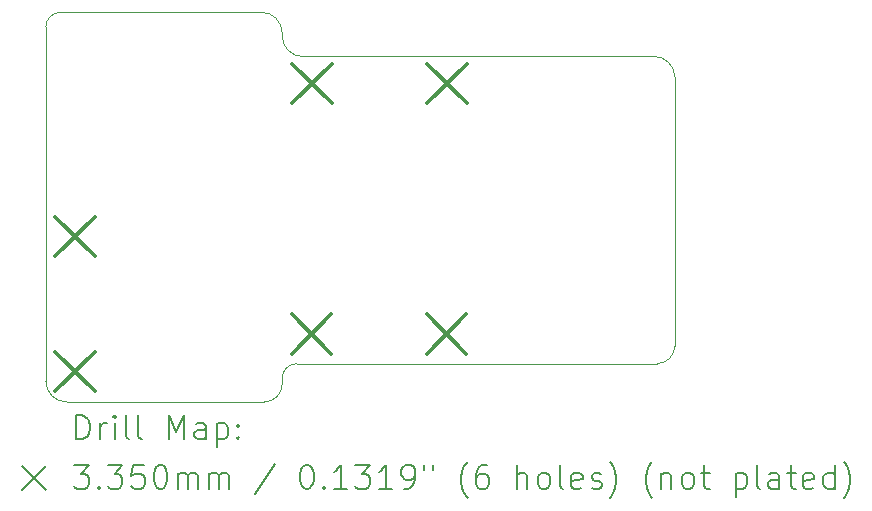
<source format=gbr>
%TF.GenerationSoftware,KiCad,Pcbnew,8.0.1-8.0.1-1~ubuntu22.04.1*%
%TF.CreationDate,2024-04-16T22:31:54-04:00*%
%TF.ProjectId,rocker_splitter,726f636b-6572-45f7-9370-6c6974746572,rev?*%
%TF.SameCoordinates,Original*%
%TF.FileFunction,Drillmap*%
%TF.FilePolarity,Positive*%
%FSLAX45Y45*%
G04 Gerber Fmt 4.5, Leading zero omitted, Abs format (unit mm)*
G04 Created by KiCad (PCBNEW 8.0.1-8.0.1-1~ubuntu22.04.1) date 2024-04-16 22:31:54*
%MOMM*%
%LPD*%
G01*
G04 APERTURE LIST*
%ADD10C,0.050000*%
%ADD11C,0.200000*%
%ADD12C,0.335000*%
G04 APERTURE END LIST*
D10*
X3864750Y-3039500D02*
G75*
G02*
X3989750Y-2914500I125000J0D01*
G01*
X9189750Y-5739500D02*
G75*
G02*
X9039750Y-5889500I-150000J0D01*
G01*
X5864750Y-6014500D02*
G75*
G02*
X5989750Y-5889500I125000J0D01*
G01*
X5864750Y-6064500D02*
G75*
G02*
X5714750Y-6214500I-150000J0D01*
G01*
X4039750Y-6214500D02*
G75*
G02*
X3864750Y-6039500I0J175000D01*
G01*
X9014750Y-3289500D02*
G75*
G02*
X9189750Y-3464500I0J-175000D01*
G01*
X3989750Y-2914500D02*
X5689750Y-2914500D01*
X6039750Y-3289500D02*
G75*
G02*
X5864750Y-3114500I0J175000D01*
G01*
X5689750Y-2914500D02*
G75*
G02*
X5864750Y-3089500I0J-175000D01*
G01*
X6039750Y-3289500D02*
X9014750Y-3289500D01*
X9189750Y-3464500D02*
X9189750Y-5739500D01*
X5714750Y-6214500D02*
X4039750Y-6214500D01*
X5864750Y-6014500D02*
X5864750Y-6064500D01*
X3864750Y-6039500D02*
X3864750Y-3039500D01*
X9039750Y-5889500D02*
X5989750Y-5889500D01*
X5864750Y-3089500D02*
X5864750Y-3114500D01*
D11*
D12*
X3941750Y-4644900D02*
X4276750Y-4979900D01*
X4276750Y-4644900D02*
X3941750Y-4979900D01*
X3941750Y-5788100D02*
X4276750Y-6123100D01*
X4276750Y-5788100D02*
X3941750Y-6123100D01*
X5946150Y-5471000D02*
X6281150Y-5806000D01*
X6281150Y-5471000D02*
X5946150Y-5806000D01*
X5950650Y-3352000D02*
X6285650Y-3687000D01*
X6285650Y-3352000D02*
X5950650Y-3687000D01*
X7089350Y-5471000D02*
X7424350Y-5806000D01*
X7424350Y-5471000D02*
X7089350Y-5806000D01*
X7093850Y-3352000D02*
X7428850Y-3687000D01*
X7428850Y-3352000D02*
X7093850Y-3687000D01*
D11*
X4123027Y-6528484D02*
X4123027Y-6328484D01*
X4123027Y-6328484D02*
X4170646Y-6328484D01*
X4170646Y-6328484D02*
X4199217Y-6338008D01*
X4199217Y-6338008D02*
X4218265Y-6357055D01*
X4218265Y-6357055D02*
X4227789Y-6376103D01*
X4227789Y-6376103D02*
X4237313Y-6414198D01*
X4237313Y-6414198D02*
X4237313Y-6442769D01*
X4237313Y-6442769D02*
X4227789Y-6480865D01*
X4227789Y-6480865D02*
X4218265Y-6499912D01*
X4218265Y-6499912D02*
X4199217Y-6518960D01*
X4199217Y-6518960D02*
X4170646Y-6528484D01*
X4170646Y-6528484D02*
X4123027Y-6528484D01*
X4323027Y-6528484D02*
X4323027Y-6395150D01*
X4323027Y-6433246D02*
X4332551Y-6414198D01*
X4332551Y-6414198D02*
X4342074Y-6404674D01*
X4342074Y-6404674D02*
X4361122Y-6395150D01*
X4361122Y-6395150D02*
X4380170Y-6395150D01*
X4446836Y-6528484D02*
X4446836Y-6395150D01*
X4446836Y-6328484D02*
X4437313Y-6338008D01*
X4437313Y-6338008D02*
X4446836Y-6347531D01*
X4446836Y-6347531D02*
X4456360Y-6338008D01*
X4456360Y-6338008D02*
X4446836Y-6328484D01*
X4446836Y-6328484D02*
X4446836Y-6347531D01*
X4570646Y-6528484D02*
X4551598Y-6518960D01*
X4551598Y-6518960D02*
X4542074Y-6499912D01*
X4542074Y-6499912D02*
X4542074Y-6328484D01*
X4675408Y-6528484D02*
X4656360Y-6518960D01*
X4656360Y-6518960D02*
X4646836Y-6499912D01*
X4646836Y-6499912D02*
X4646836Y-6328484D01*
X4903979Y-6528484D02*
X4903979Y-6328484D01*
X4903979Y-6328484D02*
X4970646Y-6471341D01*
X4970646Y-6471341D02*
X5037313Y-6328484D01*
X5037313Y-6328484D02*
X5037313Y-6528484D01*
X5218265Y-6528484D02*
X5218265Y-6423722D01*
X5218265Y-6423722D02*
X5208741Y-6404674D01*
X5208741Y-6404674D02*
X5189694Y-6395150D01*
X5189694Y-6395150D02*
X5151598Y-6395150D01*
X5151598Y-6395150D02*
X5132551Y-6404674D01*
X5218265Y-6518960D02*
X5199217Y-6528484D01*
X5199217Y-6528484D02*
X5151598Y-6528484D01*
X5151598Y-6528484D02*
X5132551Y-6518960D01*
X5132551Y-6518960D02*
X5123027Y-6499912D01*
X5123027Y-6499912D02*
X5123027Y-6480865D01*
X5123027Y-6480865D02*
X5132551Y-6461817D01*
X5132551Y-6461817D02*
X5151598Y-6452293D01*
X5151598Y-6452293D02*
X5199217Y-6452293D01*
X5199217Y-6452293D02*
X5218265Y-6442769D01*
X5313503Y-6395150D02*
X5313503Y-6595150D01*
X5313503Y-6404674D02*
X5332551Y-6395150D01*
X5332551Y-6395150D02*
X5370646Y-6395150D01*
X5370646Y-6395150D02*
X5389694Y-6404674D01*
X5389694Y-6404674D02*
X5399217Y-6414198D01*
X5399217Y-6414198D02*
X5408741Y-6433246D01*
X5408741Y-6433246D02*
X5408741Y-6490388D01*
X5408741Y-6490388D02*
X5399217Y-6509436D01*
X5399217Y-6509436D02*
X5389694Y-6518960D01*
X5389694Y-6518960D02*
X5370646Y-6528484D01*
X5370646Y-6528484D02*
X5332551Y-6528484D01*
X5332551Y-6528484D02*
X5313503Y-6518960D01*
X5494455Y-6509436D02*
X5503979Y-6518960D01*
X5503979Y-6518960D02*
X5494455Y-6528484D01*
X5494455Y-6528484D02*
X5484932Y-6518960D01*
X5484932Y-6518960D02*
X5494455Y-6509436D01*
X5494455Y-6509436D02*
X5494455Y-6528484D01*
X5494455Y-6404674D02*
X5503979Y-6414198D01*
X5503979Y-6414198D02*
X5494455Y-6423722D01*
X5494455Y-6423722D02*
X5484932Y-6414198D01*
X5484932Y-6414198D02*
X5494455Y-6404674D01*
X5494455Y-6404674D02*
X5494455Y-6423722D01*
X3662250Y-6757000D02*
X3862250Y-6957000D01*
X3862250Y-6757000D02*
X3662250Y-6957000D01*
X4103979Y-6748484D02*
X4227789Y-6748484D01*
X4227789Y-6748484D02*
X4161122Y-6824674D01*
X4161122Y-6824674D02*
X4189693Y-6824674D01*
X4189693Y-6824674D02*
X4208741Y-6834198D01*
X4208741Y-6834198D02*
X4218265Y-6843722D01*
X4218265Y-6843722D02*
X4227789Y-6862769D01*
X4227789Y-6862769D02*
X4227789Y-6910388D01*
X4227789Y-6910388D02*
X4218265Y-6929436D01*
X4218265Y-6929436D02*
X4208741Y-6938960D01*
X4208741Y-6938960D02*
X4189693Y-6948484D01*
X4189693Y-6948484D02*
X4132551Y-6948484D01*
X4132551Y-6948484D02*
X4113503Y-6938960D01*
X4113503Y-6938960D02*
X4103979Y-6929436D01*
X4313503Y-6929436D02*
X4323027Y-6938960D01*
X4323027Y-6938960D02*
X4313503Y-6948484D01*
X4313503Y-6948484D02*
X4303979Y-6938960D01*
X4303979Y-6938960D02*
X4313503Y-6929436D01*
X4313503Y-6929436D02*
X4313503Y-6948484D01*
X4389694Y-6748484D02*
X4513503Y-6748484D01*
X4513503Y-6748484D02*
X4446836Y-6824674D01*
X4446836Y-6824674D02*
X4475408Y-6824674D01*
X4475408Y-6824674D02*
X4494455Y-6834198D01*
X4494455Y-6834198D02*
X4503979Y-6843722D01*
X4503979Y-6843722D02*
X4513503Y-6862769D01*
X4513503Y-6862769D02*
X4513503Y-6910388D01*
X4513503Y-6910388D02*
X4503979Y-6929436D01*
X4503979Y-6929436D02*
X4494455Y-6938960D01*
X4494455Y-6938960D02*
X4475408Y-6948484D01*
X4475408Y-6948484D02*
X4418265Y-6948484D01*
X4418265Y-6948484D02*
X4399217Y-6938960D01*
X4399217Y-6938960D02*
X4389694Y-6929436D01*
X4694455Y-6748484D02*
X4599217Y-6748484D01*
X4599217Y-6748484D02*
X4589694Y-6843722D01*
X4589694Y-6843722D02*
X4599217Y-6834198D01*
X4599217Y-6834198D02*
X4618265Y-6824674D01*
X4618265Y-6824674D02*
X4665884Y-6824674D01*
X4665884Y-6824674D02*
X4684932Y-6834198D01*
X4684932Y-6834198D02*
X4694455Y-6843722D01*
X4694455Y-6843722D02*
X4703979Y-6862769D01*
X4703979Y-6862769D02*
X4703979Y-6910388D01*
X4703979Y-6910388D02*
X4694455Y-6929436D01*
X4694455Y-6929436D02*
X4684932Y-6938960D01*
X4684932Y-6938960D02*
X4665884Y-6948484D01*
X4665884Y-6948484D02*
X4618265Y-6948484D01*
X4618265Y-6948484D02*
X4599217Y-6938960D01*
X4599217Y-6938960D02*
X4589694Y-6929436D01*
X4827789Y-6748484D02*
X4846836Y-6748484D01*
X4846836Y-6748484D02*
X4865884Y-6758008D01*
X4865884Y-6758008D02*
X4875408Y-6767531D01*
X4875408Y-6767531D02*
X4884932Y-6786579D01*
X4884932Y-6786579D02*
X4894455Y-6824674D01*
X4894455Y-6824674D02*
X4894455Y-6872293D01*
X4894455Y-6872293D02*
X4884932Y-6910388D01*
X4884932Y-6910388D02*
X4875408Y-6929436D01*
X4875408Y-6929436D02*
X4865884Y-6938960D01*
X4865884Y-6938960D02*
X4846836Y-6948484D01*
X4846836Y-6948484D02*
X4827789Y-6948484D01*
X4827789Y-6948484D02*
X4808741Y-6938960D01*
X4808741Y-6938960D02*
X4799217Y-6929436D01*
X4799217Y-6929436D02*
X4789694Y-6910388D01*
X4789694Y-6910388D02*
X4780170Y-6872293D01*
X4780170Y-6872293D02*
X4780170Y-6824674D01*
X4780170Y-6824674D02*
X4789694Y-6786579D01*
X4789694Y-6786579D02*
X4799217Y-6767531D01*
X4799217Y-6767531D02*
X4808741Y-6758008D01*
X4808741Y-6758008D02*
X4827789Y-6748484D01*
X4980170Y-6948484D02*
X4980170Y-6815150D01*
X4980170Y-6834198D02*
X4989694Y-6824674D01*
X4989694Y-6824674D02*
X5008741Y-6815150D01*
X5008741Y-6815150D02*
X5037313Y-6815150D01*
X5037313Y-6815150D02*
X5056360Y-6824674D01*
X5056360Y-6824674D02*
X5065884Y-6843722D01*
X5065884Y-6843722D02*
X5065884Y-6948484D01*
X5065884Y-6843722D02*
X5075408Y-6824674D01*
X5075408Y-6824674D02*
X5094455Y-6815150D01*
X5094455Y-6815150D02*
X5123027Y-6815150D01*
X5123027Y-6815150D02*
X5142075Y-6824674D01*
X5142075Y-6824674D02*
X5151598Y-6843722D01*
X5151598Y-6843722D02*
X5151598Y-6948484D01*
X5246836Y-6948484D02*
X5246836Y-6815150D01*
X5246836Y-6834198D02*
X5256360Y-6824674D01*
X5256360Y-6824674D02*
X5275408Y-6815150D01*
X5275408Y-6815150D02*
X5303979Y-6815150D01*
X5303979Y-6815150D02*
X5323027Y-6824674D01*
X5323027Y-6824674D02*
X5332551Y-6843722D01*
X5332551Y-6843722D02*
X5332551Y-6948484D01*
X5332551Y-6843722D02*
X5342075Y-6824674D01*
X5342075Y-6824674D02*
X5361122Y-6815150D01*
X5361122Y-6815150D02*
X5389694Y-6815150D01*
X5389694Y-6815150D02*
X5408741Y-6824674D01*
X5408741Y-6824674D02*
X5418265Y-6843722D01*
X5418265Y-6843722D02*
X5418265Y-6948484D01*
X5808741Y-6738960D02*
X5637313Y-6996103D01*
X6065884Y-6748484D02*
X6084932Y-6748484D01*
X6084932Y-6748484D02*
X6103979Y-6758008D01*
X6103979Y-6758008D02*
X6113503Y-6767531D01*
X6113503Y-6767531D02*
X6123027Y-6786579D01*
X6123027Y-6786579D02*
X6132551Y-6824674D01*
X6132551Y-6824674D02*
X6132551Y-6872293D01*
X6132551Y-6872293D02*
X6123027Y-6910388D01*
X6123027Y-6910388D02*
X6113503Y-6929436D01*
X6113503Y-6929436D02*
X6103979Y-6938960D01*
X6103979Y-6938960D02*
X6084932Y-6948484D01*
X6084932Y-6948484D02*
X6065884Y-6948484D01*
X6065884Y-6948484D02*
X6046836Y-6938960D01*
X6046836Y-6938960D02*
X6037313Y-6929436D01*
X6037313Y-6929436D02*
X6027789Y-6910388D01*
X6027789Y-6910388D02*
X6018265Y-6872293D01*
X6018265Y-6872293D02*
X6018265Y-6824674D01*
X6018265Y-6824674D02*
X6027789Y-6786579D01*
X6027789Y-6786579D02*
X6037313Y-6767531D01*
X6037313Y-6767531D02*
X6046836Y-6758008D01*
X6046836Y-6758008D02*
X6065884Y-6748484D01*
X6218265Y-6929436D02*
X6227789Y-6938960D01*
X6227789Y-6938960D02*
X6218265Y-6948484D01*
X6218265Y-6948484D02*
X6208741Y-6938960D01*
X6208741Y-6938960D02*
X6218265Y-6929436D01*
X6218265Y-6929436D02*
X6218265Y-6948484D01*
X6418265Y-6948484D02*
X6303979Y-6948484D01*
X6361122Y-6948484D02*
X6361122Y-6748484D01*
X6361122Y-6748484D02*
X6342075Y-6777055D01*
X6342075Y-6777055D02*
X6323027Y-6796103D01*
X6323027Y-6796103D02*
X6303979Y-6805627D01*
X6484932Y-6748484D02*
X6608741Y-6748484D01*
X6608741Y-6748484D02*
X6542075Y-6824674D01*
X6542075Y-6824674D02*
X6570646Y-6824674D01*
X6570646Y-6824674D02*
X6589694Y-6834198D01*
X6589694Y-6834198D02*
X6599217Y-6843722D01*
X6599217Y-6843722D02*
X6608741Y-6862769D01*
X6608741Y-6862769D02*
X6608741Y-6910388D01*
X6608741Y-6910388D02*
X6599217Y-6929436D01*
X6599217Y-6929436D02*
X6589694Y-6938960D01*
X6589694Y-6938960D02*
X6570646Y-6948484D01*
X6570646Y-6948484D02*
X6513503Y-6948484D01*
X6513503Y-6948484D02*
X6494456Y-6938960D01*
X6494456Y-6938960D02*
X6484932Y-6929436D01*
X6799217Y-6948484D02*
X6684932Y-6948484D01*
X6742075Y-6948484D02*
X6742075Y-6748484D01*
X6742075Y-6748484D02*
X6723027Y-6777055D01*
X6723027Y-6777055D02*
X6703979Y-6796103D01*
X6703979Y-6796103D02*
X6684932Y-6805627D01*
X6894456Y-6948484D02*
X6932551Y-6948484D01*
X6932551Y-6948484D02*
X6951598Y-6938960D01*
X6951598Y-6938960D02*
X6961122Y-6929436D01*
X6961122Y-6929436D02*
X6980170Y-6900865D01*
X6980170Y-6900865D02*
X6989694Y-6862769D01*
X6989694Y-6862769D02*
X6989694Y-6786579D01*
X6989694Y-6786579D02*
X6980170Y-6767531D01*
X6980170Y-6767531D02*
X6970646Y-6758008D01*
X6970646Y-6758008D02*
X6951598Y-6748484D01*
X6951598Y-6748484D02*
X6913503Y-6748484D01*
X6913503Y-6748484D02*
X6894456Y-6758008D01*
X6894456Y-6758008D02*
X6884932Y-6767531D01*
X6884932Y-6767531D02*
X6875408Y-6786579D01*
X6875408Y-6786579D02*
X6875408Y-6834198D01*
X6875408Y-6834198D02*
X6884932Y-6853246D01*
X6884932Y-6853246D02*
X6894456Y-6862769D01*
X6894456Y-6862769D02*
X6913503Y-6872293D01*
X6913503Y-6872293D02*
X6951598Y-6872293D01*
X6951598Y-6872293D02*
X6970646Y-6862769D01*
X6970646Y-6862769D02*
X6980170Y-6853246D01*
X6980170Y-6853246D02*
X6989694Y-6834198D01*
X7065884Y-6748484D02*
X7065884Y-6786579D01*
X7142075Y-6748484D02*
X7142075Y-6786579D01*
X7437313Y-7024674D02*
X7427789Y-7015150D01*
X7427789Y-7015150D02*
X7408741Y-6986579D01*
X7408741Y-6986579D02*
X7399218Y-6967531D01*
X7399218Y-6967531D02*
X7389694Y-6938960D01*
X7389694Y-6938960D02*
X7380170Y-6891341D01*
X7380170Y-6891341D02*
X7380170Y-6853246D01*
X7380170Y-6853246D02*
X7389694Y-6805627D01*
X7389694Y-6805627D02*
X7399218Y-6777055D01*
X7399218Y-6777055D02*
X7408741Y-6758008D01*
X7408741Y-6758008D02*
X7427789Y-6729436D01*
X7427789Y-6729436D02*
X7437313Y-6719912D01*
X7599218Y-6748484D02*
X7561122Y-6748484D01*
X7561122Y-6748484D02*
X7542075Y-6758008D01*
X7542075Y-6758008D02*
X7532551Y-6767531D01*
X7532551Y-6767531D02*
X7513503Y-6796103D01*
X7513503Y-6796103D02*
X7503979Y-6834198D01*
X7503979Y-6834198D02*
X7503979Y-6910388D01*
X7503979Y-6910388D02*
X7513503Y-6929436D01*
X7513503Y-6929436D02*
X7523027Y-6938960D01*
X7523027Y-6938960D02*
X7542075Y-6948484D01*
X7542075Y-6948484D02*
X7580170Y-6948484D01*
X7580170Y-6948484D02*
X7599218Y-6938960D01*
X7599218Y-6938960D02*
X7608741Y-6929436D01*
X7608741Y-6929436D02*
X7618265Y-6910388D01*
X7618265Y-6910388D02*
X7618265Y-6862769D01*
X7618265Y-6862769D02*
X7608741Y-6843722D01*
X7608741Y-6843722D02*
X7599218Y-6834198D01*
X7599218Y-6834198D02*
X7580170Y-6824674D01*
X7580170Y-6824674D02*
X7542075Y-6824674D01*
X7542075Y-6824674D02*
X7523027Y-6834198D01*
X7523027Y-6834198D02*
X7513503Y-6843722D01*
X7513503Y-6843722D02*
X7503979Y-6862769D01*
X7856360Y-6948484D02*
X7856360Y-6748484D01*
X7942075Y-6948484D02*
X7942075Y-6843722D01*
X7942075Y-6843722D02*
X7932551Y-6824674D01*
X7932551Y-6824674D02*
X7913503Y-6815150D01*
X7913503Y-6815150D02*
X7884932Y-6815150D01*
X7884932Y-6815150D02*
X7865884Y-6824674D01*
X7865884Y-6824674D02*
X7856360Y-6834198D01*
X8065884Y-6948484D02*
X8046837Y-6938960D01*
X8046837Y-6938960D02*
X8037313Y-6929436D01*
X8037313Y-6929436D02*
X8027789Y-6910388D01*
X8027789Y-6910388D02*
X8027789Y-6853246D01*
X8027789Y-6853246D02*
X8037313Y-6834198D01*
X8037313Y-6834198D02*
X8046837Y-6824674D01*
X8046837Y-6824674D02*
X8065884Y-6815150D01*
X8065884Y-6815150D02*
X8094456Y-6815150D01*
X8094456Y-6815150D02*
X8113503Y-6824674D01*
X8113503Y-6824674D02*
X8123027Y-6834198D01*
X8123027Y-6834198D02*
X8132551Y-6853246D01*
X8132551Y-6853246D02*
X8132551Y-6910388D01*
X8132551Y-6910388D02*
X8123027Y-6929436D01*
X8123027Y-6929436D02*
X8113503Y-6938960D01*
X8113503Y-6938960D02*
X8094456Y-6948484D01*
X8094456Y-6948484D02*
X8065884Y-6948484D01*
X8246837Y-6948484D02*
X8227789Y-6938960D01*
X8227789Y-6938960D02*
X8218265Y-6919912D01*
X8218265Y-6919912D02*
X8218265Y-6748484D01*
X8399218Y-6938960D02*
X8380170Y-6948484D01*
X8380170Y-6948484D02*
X8342075Y-6948484D01*
X8342075Y-6948484D02*
X8323027Y-6938960D01*
X8323027Y-6938960D02*
X8313503Y-6919912D01*
X8313503Y-6919912D02*
X8313503Y-6843722D01*
X8313503Y-6843722D02*
X8323027Y-6824674D01*
X8323027Y-6824674D02*
X8342075Y-6815150D01*
X8342075Y-6815150D02*
X8380170Y-6815150D01*
X8380170Y-6815150D02*
X8399218Y-6824674D01*
X8399218Y-6824674D02*
X8408742Y-6843722D01*
X8408742Y-6843722D02*
X8408742Y-6862769D01*
X8408742Y-6862769D02*
X8313503Y-6881817D01*
X8484932Y-6938960D02*
X8503980Y-6948484D01*
X8503980Y-6948484D02*
X8542075Y-6948484D01*
X8542075Y-6948484D02*
X8561123Y-6938960D01*
X8561123Y-6938960D02*
X8570646Y-6919912D01*
X8570646Y-6919912D02*
X8570646Y-6910388D01*
X8570646Y-6910388D02*
X8561123Y-6891341D01*
X8561123Y-6891341D02*
X8542075Y-6881817D01*
X8542075Y-6881817D02*
X8513503Y-6881817D01*
X8513503Y-6881817D02*
X8494456Y-6872293D01*
X8494456Y-6872293D02*
X8484932Y-6853246D01*
X8484932Y-6853246D02*
X8484932Y-6843722D01*
X8484932Y-6843722D02*
X8494456Y-6824674D01*
X8494456Y-6824674D02*
X8513503Y-6815150D01*
X8513503Y-6815150D02*
X8542075Y-6815150D01*
X8542075Y-6815150D02*
X8561123Y-6824674D01*
X8637313Y-7024674D02*
X8646837Y-7015150D01*
X8646837Y-7015150D02*
X8665884Y-6986579D01*
X8665884Y-6986579D02*
X8675408Y-6967531D01*
X8675408Y-6967531D02*
X8684932Y-6938960D01*
X8684932Y-6938960D02*
X8694456Y-6891341D01*
X8694456Y-6891341D02*
X8694456Y-6853246D01*
X8694456Y-6853246D02*
X8684932Y-6805627D01*
X8684932Y-6805627D02*
X8675408Y-6777055D01*
X8675408Y-6777055D02*
X8665884Y-6758008D01*
X8665884Y-6758008D02*
X8646837Y-6729436D01*
X8646837Y-6729436D02*
X8637313Y-6719912D01*
X8999218Y-7024674D02*
X8989694Y-7015150D01*
X8989694Y-7015150D02*
X8970646Y-6986579D01*
X8970646Y-6986579D02*
X8961123Y-6967531D01*
X8961123Y-6967531D02*
X8951599Y-6938960D01*
X8951599Y-6938960D02*
X8942075Y-6891341D01*
X8942075Y-6891341D02*
X8942075Y-6853246D01*
X8942075Y-6853246D02*
X8951599Y-6805627D01*
X8951599Y-6805627D02*
X8961123Y-6777055D01*
X8961123Y-6777055D02*
X8970646Y-6758008D01*
X8970646Y-6758008D02*
X8989694Y-6729436D01*
X8989694Y-6729436D02*
X8999218Y-6719912D01*
X9075408Y-6815150D02*
X9075408Y-6948484D01*
X9075408Y-6834198D02*
X9084932Y-6824674D01*
X9084932Y-6824674D02*
X9103980Y-6815150D01*
X9103980Y-6815150D02*
X9132551Y-6815150D01*
X9132551Y-6815150D02*
X9151599Y-6824674D01*
X9151599Y-6824674D02*
X9161123Y-6843722D01*
X9161123Y-6843722D02*
X9161123Y-6948484D01*
X9284932Y-6948484D02*
X9265884Y-6938960D01*
X9265884Y-6938960D02*
X9256361Y-6929436D01*
X9256361Y-6929436D02*
X9246837Y-6910388D01*
X9246837Y-6910388D02*
X9246837Y-6853246D01*
X9246837Y-6853246D02*
X9256361Y-6834198D01*
X9256361Y-6834198D02*
X9265884Y-6824674D01*
X9265884Y-6824674D02*
X9284932Y-6815150D01*
X9284932Y-6815150D02*
X9313504Y-6815150D01*
X9313504Y-6815150D02*
X9332551Y-6824674D01*
X9332551Y-6824674D02*
X9342075Y-6834198D01*
X9342075Y-6834198D02*
X9351599Y-6853246D01*
X9351599Y-6853246D02*
X9351599Y-6910388D01*
X9351599Y-6910388D02*
X9342075Y-6929436D01*
X9342075Y-6929436D02*
X9332551Y-6938960D01*
X9332551Y-6938960D02*
X9313504Y-6948484D01*
X9313504Y-6948484D02*
X9284932Y-6948484D01*
X9408742Y-6815150D02*
X9484932Y-6815150D01*
X9437313Y-6748484D02*
X9437313Y-6919912D01*
X9437313Y-6919912D02*
X9446837Y-6938960D01*
X9446837Y-6938960D02*
X9465884Y-6948484D01*
X9465884Y-6948484D02*
X9484932Y-6948484D01*
X9703980Y-6815150D02*
X9703980Y-7015150D01*
X9703980Y-6824674D02*
X9723027Y-6815150D01*
X9723027Y-6815150D02*
X9761123Y-6815150D01*
X9761123Y-6815150D02*
X9780170Y-6824674D01*
X9780170Y-6824674D02*
X9789694Y-6834198D01*
X9789694Y-6834198D02*
X9799218Y-6853246D01*
X9799218Y-6853246D02*
X9799218Y-6910388D01*
X9799218Y-6910388D02*
X9789694Y-6929436D01*
X9789694Y-6929436D02*
X9780170Y-6938960D01*
X9780170Y-6938960D02*
X9761123Y-6948484D01*
X9761123Y-6948484D02*
X9723027Y-6948484D01*
X9723027Y-6948484D02*
X9703980Y-6938960D01*
X9913504Y-6948484D02*
X9894456Y-6938960D01*
X9894456Y-6938960D02*
X9884932Y-6919912D01*
X9884932Y-6919912D02*
X9884932Y-6748484D01*
X10075408Y-6948484D02*
X10075408Y-6843722D01*
X10075408Y-6843722D02*
X10065885Y-6824674D01*
X10065885Y-6824674D02*
X10046837Y-6815150D01*
X10046837Y-6815150D02*
X10008742Y-6815150D01*
X10008742Y-6815150D02*
X9989694Y-6824674D01*
X10075408Y-6938960D02*
X10056361Y-6948484D01*
X10056361Y-6948484D02*
X10008742Y-6948484D01*
X10008742Y-6948484D02*
X9989694Y-6938960D01*
X9989694Y-6938960D02*
X9980170Y-6919912D01*
X9980170Y-6919912D02*
X9980170Y-6900865D01*
X9980170Y-6900865D02*
X9989694Y-6881817D01*
X9989694Y-6881817D02*
X10008742Y-6872293D01*
X10008742Y-6872293D02*
X10056361Y-6872293D01*
X10056361Y-6872293D02*
X10075408Y-6862769D01*
X10142075Y-6815150D02*
X10218265Y-6815150D01*
X10170646Y-6748484D02*
X10170646Y-6919912D01*
X10170646Y-6919912D02*
X10180170Y-6938960D01*
X10180170Y-6938960D02*
X10199218Y-6948484D01*
X10199218Y-6948484D02*
X10218265Y-6948484D01*
X10361123Y-6938960D02*
X10342075Y-6948484D01*
X10342075Y-6948484D02*
X10303980Y-6948484D01*
X10303980Y-6948484D02*
X10284932Y-6938960D01*
X10284932Y-6938960D02*
X10275408Y-6919912D01*
X10275408Y-6919912D02*
X10275408Y-6843722D01*
X10275408Y-6843722D02*
X10284932Y-6824674D01*
X10284932Y-6824674D02*
X10303980Y-6815150D01*
X10303980Y-6815150D02*
X10342075Y-6815150D01*
X10342075Y-6815150D02*
X10361123Y-6824674D01*
X10361123Y-6824674D02*
X10370646Y-6843722D01*
X10370646Y-6843722D02*
X10370646Y-6862769D01*
X10370646Y-6862769D02*
X10275408Y-6881817D01*
X10542075Y-6948484D02*
X10542075Y-6748484D01*
X10542075Y-6938960D02*
X10523027Y-6948484D01*
X10523027Y-6948484D02*
X10484932Y-6948484D01*
X10484932Y-6948484D02*
X10465885Y-6938960D01*
X10465885Y-6938960D02*
X10456361Y-6929436D01*
X10456361Y-6929436D02*
X10446837Y-6910388D01*
X10446837Y-6910388D02*
X10446837Y-6853246D01*
X10446837Y-6853246D02*
X10456361Y-6834198D01*
X10456361Y-6834198D02*
X10465885Y-6824674D01*
X10465885Y-6824674D02*
X10484932Y-6815150D01*
X10484932Y-6815150D02*
X10523027Y-6815150D01*
X10523027Y-6815150D02*
X10542075Y-6824674D01*
X10618266Y-7024674D02*
X10627789Y-7015150D01*
X10627789Y-7015150D02*
X10646837Y-6986579D01*
X10646837Y-6986579D02*
X10656361Y-6967531D01*
X10656361Y-6967531D02*
X10665885Y-6938960D01*
X10665885Y-6938960D02*
X10675408Y-6891341D01*
X10675408Y-6891341D02*
X10675408Y-6853246D01*
X10675408Y-6853246D02*
X10665885Y-6805627D01*
X10665885Y-6805627D02*
X10656361Y-6777055D01*
X10656361Y-6777055D02*
X10646837Y-6758008D01*
X10646837Y-6758008D02*
X10627789Y-6729436D01*
X10627789Y-6729436D02*
X10618266Y-6719912D01*
M02*

</source>
